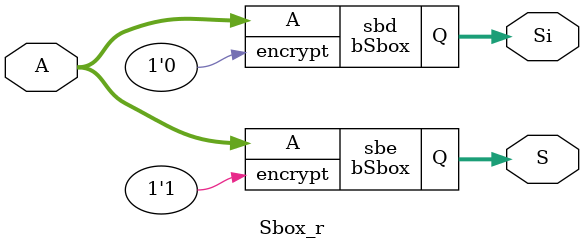
<source format=v>
/* S-box using all normal bases */
/* case # 4 : [d^16, d], [alpha^8, alpha^2], [Omega^2, Omega] */
/* beta^8 = N^2*alpha^2, N = w^2 */
/* optimized using OR gates and NAND gates */

/* square in GF(2^2), using normal basis [Omega^2,Omega] */
/* inverse is the same as square in GF(2^2), using any normal basis */
module GF_SQ_2 ( A, Q );
	input [1:0] A;
	output [1:0] Q;
	
	assign Q = { A[0], A[1] };
endmodule

/* scale by w = Omega in GF(2^2), using normal basis [Omega^2,Omega] */
module GF_SCLW_2 ( A, Q );
	input [1:0] A;
	output [1:0] Q;
	
	assign Q = { (A[1] ^ A[0]), A[1] };
endmodule

/* scale by w^2 = Omega^2 in GF(2^2), using normal basis [Omega^2,Omega] */
module GF_SCLW2_2 ( A, Q );
	input [1:0] A;
	output [1:0] Q;
	
	assign Q = { A[0], (A[1] ^ A[0]) };
endmodule

/* multiply in GF(2^2), shared factors, using normal basis [Omega^2,Omega] */
module GF_MULS_2 ( A, ab, B, cd, Q );
	input [1:0] A;
	input ab;
	input [1:0] B;
	input cd;
	output [1:0] Q;
	wire abcd, p, q;
	
	assign abcd = ~(ab & cd); /* note: ~& syntax for NAND won’t compile */
	assign p = (~(A[1] & B[1])) ^ abcd;
	assign q = (~(A[0] & B[0])) ^ abcd;
	assign Q = { p, q };
endmodule

/* multiply & scale by N in GF(2^2), shared factors, basis [Omega^2,Omega] */
module GF_MULS_SCL_2 ( A, ab, B, cd, Q );
	input [1:0] A;
	input ab;
	input [1:0] B;
	input cd;
	output [1:0] Q;
	wire t, p, q;
	
	assign t = ~(A[0] & B[0]); /* note: ~& syntax for NAND won’t compile */
	assign p = (~(ab & cd)) ^ t;
	assign q = (~(A[1] & B[1])) ^ t;
	assign Q = { p, q };
endmodule

/* inverse in GF(2^4)/GF(2^2), using normal basis [alpha^8, alpha^2] */
module GF_INV_4 ( A, Q );
	input [3:0] A; // 
	output [3:0] Q;
	wire [1:0] a, b, c, d, p, q;
	wire sa, sb, sd; /* for shared factors in multipliers */
	
	assign a = A[3:2]; // Normal GF(2^4) inverter input 1
	assign b = A[1:0]; // Normal GF(2^4) inverter input 0
	assign sa = a[1] ^ a[0]; // Normal GF(2^2) multiplier g1+g0
	assign sb = b[1] ^ b[0]; // Normal GF(2^2) multiplier d1+d0
	/* optimize this section as shown below
	GF_MULS_2 abmul(a, sa, b, sb, ab);
	GF_SQ_2 absq( (a ^ b), ab2);
	GF_SCLW2_2 absclN( ab2, ab2N);
	GF_SQ_2 dinv( (ab ^ ab2N), d);
	*/
	assign c = { /* note: ~| syntax for NOR won’t compile */
	~(a[1] | b[1]) ^ (~(sa & sb)) ,
	~(sa | sb) ^ (~(a[0] & b[0])) };
	GF_SQ_2 dinv( c, d);
	/* end of optimization */
	assign sd = d[1] ^ d[0];
	GF_MULS_2 pmul(d, sd, b, sb, p);
	GF_MULS_2 qmul(d, sd, a, sa, q);
	assign Q = { p, q };
endmodule

/* square & scale by nu in GF(2^4)/GF(2^2), normal basis [alpha^8, alpha^2] */
/* nu = beta^8 = N^2*alpha^2, N = w^2 */
module GF_SQ_SCL_4 ( A, Q );
	input [3:0] A;
	output [3:0] Q;
	wire [1:0] a, b, ab2, b2, b2N2;
	
	assign a = A[3:2];
	assign b = A[1:0];
	GF_SQ_2 absq(a ^ b,ab2);
	GF_SQ_2 bsq(b,b2);
	GF_SCLW_2 bmulN2(b2,b2N2);
	assign Q = { ab2, b2N2 };
endmodule

/* multiply in GF(2^4)/GF(2^2), shared factors, basis [alpha^8, alpha^2] */
module GF_MULS_4 ( A, a, Al, Ah, aa, B, b, Bl, Bh, bb, Q );
	input [3:0] A;
	input [1:0] a;
	input Al;
	input Ah;
	input aa;
	input [3:0] B;
	input [1:0] b;
	input Bl;
	input Bh;
	input bb;
	output [3:0] Q;
	wire [1:0] ph, pl, ps, p;
	wire t;
	
	GF_MULS_2 himul(A[3:2], Ah, B[3:2], Bh, ph);
	GF_MULS_2 lomul(A[1:0], Al, B[1:0], Bl, pl);
	GF_MULS_SCL_2 summul( a, aa, b, bb, p);
	assign Q = { (ph ^ p), (pl ^ p) };
endmodule

/* inverse in GF(2^8)/GF(2^4), using normal basis [d^16, d] */
module GF_INV_8 ( A, Q );
	input [7:0] A;
	output [7:0] Q;
	wire [3:0] a, b, c, d, p, q;
	wire [1:0] sa, sb, sd, t; /* for shared factors in multipliers */
	wire al, ah, aa, bl, bh, bb, dl, dh, dd; /* for shared factors */
	wire c1, c2, c3; /* for temp var */

	assign a = A[7:4];
	assign b = A[3:0];
	assign sa = a[3:2] ^ a[1:0];
	assign sb = b[3:2] ^ b[1:0];
	assign al = a[1] ^ a[0];
	assign ah = a[3] ^ a[2];
	assign aa = sa[1] ^ sa[0];
	assign bl = b[1] ^ b[0];
	assign bh = b[3] ^ b[2];
	assign bb = sb[1] ^ sb[0];
	/* optimize this section as shown below
	GF_MULS_4 abmul(a, sa, al, ah, aa, b, sb, bl, bh, bb, ab);
	GF_SQ_SCL_4 absq( (a ^ b), ab2);
	GF_INV_4 dinv( (ab ^ ab2), d);
	*/
	assign c1 = ~(ah & bh);
	assign c2 = ~(sa[0] & sb[0]);
	assign c3 = ~(aa & bb);
	assign c = { /* note: ~| syntax for NOR won’t compile */
	(~(sa[0] | sb[0]) ^ (~(a[3] & b[3]))) ^ c1 ^ c3 ,
	(~(sa[1] | sb[1]) ^ (~(a[2] & b[2]))) ^ c1 ^ c2 ,
	(~(al | bl) ^ (~(a[1] & b[1]))) ^ c2 ^ c3 ,
	(~(a[0] | b[0]) ^ (~(al & bl))) ^ (~(sa[1] & sb[1])) ^ c2 };
	GF_INV_4 dinv( c, d);
	/* end of optimization */
	assign sd = d[3:2] ^ d[1:0];
	assign dl = d[1] ^ d[0];
	assign dh = d[3] ^ d[2];
	assign dd = sd[1] ^ sd[0];
	GF_MULS_4 pmul(d, sd, dl, dh, dd, b, sb, bl, bh, bb, p);
	GF_MULS_4 qmul(d, sd, dl, dh, dd, a, sa, al, ah, aa, q);
	assign Q = { p, q };
endmodule

/* MUX21I is an inverting 2:1 multiplexor */
module MUX21I ( A, B, s, Q );
	input A;
	input B;
	input s;
	output Q;
	
	assign Q = ~ ( s ? A : B ); /* mock-up for FPGA implementation */
endmodule

/* select and invert (NOT) byte, using MUX21I */
module SELECT_NOT_8 ( A, B, s, Q );
	input [7:0] A;
	input [7:0] B;
	input s;
	output [7:0] Q;
	
	MUX21I m7(A[7],B[7],s,Q[7]);
	MUX21I m6(A[6],B[6],s,Q[6]);
	MUX21I m5(A[5],B[5],s,Q[5]);
	MUX21I m4(A[4],B[4],s,Q[4]);
	MUX21I m3(A[3],B[3],s,Q[3]);
	MUX21I m2(A[2],B[2],s,Q[2]);
	MUX21I m1(A[1],B[1],s,Q[1]);
	MUX21I m0(A[0],B[0],s,Q[0]);
endmodule

/* find either Sbox or its inverse in GF(2^8), by Canright Algorithm */
module bSbox ( A, encrypt, Q );
	input [7:0] A;
	input encrypt; /* 1 for Sbox, 0 for inverse Sbox */
	output [7:0] Q;
	wire [7:0] B, C, D, X, Y, Z;
	wire R1, R2, R3, R4, R5, R6, R7, R8, R9;
	wire T1, T2, T3, T4, T5, T6, T7, T8, T9, T10;
	
	/* change basis from GF(2^8) to GF(2^8)/GF(2^4)/GF(2^2) */
	/* combine with bit inverse matrix multiply of Sbox */
	assign R1 = A[7] ^ A[5] ;
	assign R2 = A[7] ~^ A[4] ;
	assign R3 = A[6] ^ A[0] ;
	assign R4 = A[5] ~^ R3 ;
	assign R5 = A[4] ^ R4 ;
	assign R6 = A[3] ^ A[0] ;
	assign R7 = A[2] ^ R1 ;
	assign R8 = A[1] ^ R3 ;
	assign R9 = A[3] ^ R8 ;
	assign B[7] = R7 ~^ R8 ;
	assign B[6] = R5 ;
	assign B[5] = A[1] ^ R4 ;
	assign B[4] = R1 ~^ R3 ;
	assign B[3] = A[1] ^ R2 ^ R6 ;
	assign B[2] = ~ A[0] ;
	assign B[1] = R4 ;
	assign B[0] = A[2] ~^ R9 ;
	assign Y[7] = R2 ;
	assign Y[6] = A[4] ^ R8 ;
	assign Y[5] = A[6] ^ A[4] ;
	assign Y[4] = R9 ;
	assign Y[3] = A[6] ~^ R2 ;
	assign Y[2] = R7 ;
	assign Y[1] = A[4] ^ R6 ;
	assign Y[0] = A[1] ^ R5 ;
	SELECT_NOT_8 sel_in( B, Y, encrypt, Z );
	GF_INV_8 inv( Z, C );
	/* change basis back from GF(2^8)/GF(2^4)/GF(2^2) to GF(2^8) */
	assign T1 = C[7] ^ C[3] ;
	assign T2 = C[6] ^ C[4] ;
	assign T3 = C[6] ^ C[0] ;
	assign T4 = C[5] ~^ C[3] ;
	assign T5 = C[5] ~^ T1 ;
	assign T6 = C[5] ~^ C[1] ;
	assign T7 = C[4] ~^ T6 ;
	assign T8 = C[2] ^ T4 ;
	assign T9 = C[1] ^ T2 ;
	assign T10 = T3 ^ T5 ;
	assign D[7] = T4 ;
	assign D[6] = T1 ;
	assign D[5] = T3 ;
	assign D[4] = T5 ;
	assign D[3] = T2 ^ T5 ;
	assign D[2] = T3 ^ T8 ;
	assign D[1] = T7 ;
	assign D[0] = T9 ;
	assign X[7] = C[4] ~^ C[1] ;
	assign X[6] = C[1] ^ T10 ;
	assign X[5] = C[2] ^ T10 ;
	assign X[4] = C[6] ~^ C[1] ;
	assign X[3] = T8 ^ T9 ;
	assign X[2] = C[7] ~^ T7 ;
	assign X[1] = T6 ;
	assign X[0] = ~ C[2] ;
	SELECT_NOT_8 sel_out( D, X, encrypt, Q );
endmodule


/* Module to get encryption and decryption sBox */
module Sbox_r ( A, S, Si );
	input [7:0] A;
	output [7:0] S;
	output [7:0] Si;

	
	bSbox sbe(A,1'b1,S);
	bSbox sbd(A,1'b0,Si);
	

endmodule

</source>
